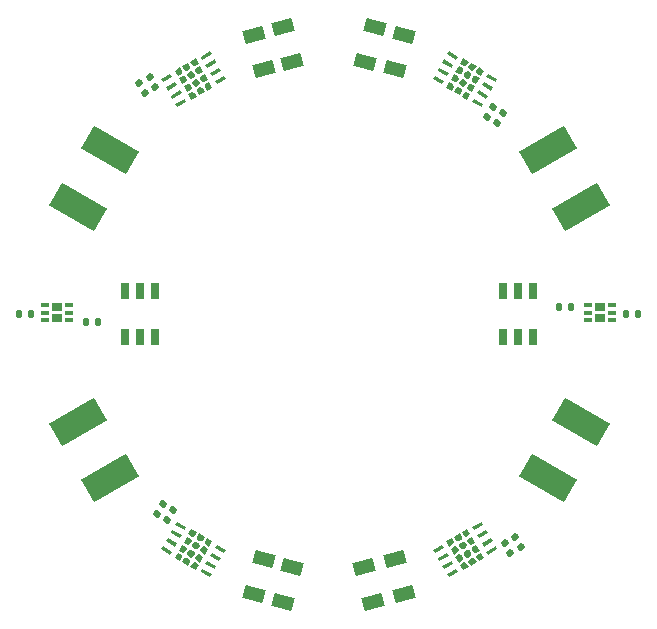
<source format=gbr>
%TF.GenerationSoftware,KiCad,Pcbnew,7.0.5*%
%TF.CreationDate,2023-06-26T09:34:37-04:00*%
%TF.ProjectId,ESP32Sensor-LED_board,45535033-3253-4656-9e73-6f722d4c4544,rev?*%
%TF.SameCoordinates,Original*%
%TF.FileFunction,Paste,Bot*%
%TF.FilePolarity,Positive*%
%FSLAX46Y46*%
G04 Gerber Fmt 4.6, Leading zero omitted, Abs format (unit mm)*
G04 Created by KiCad (PCBNEW 7.0.5) date 2023-06-26 09:34:37*
%MOMM*%
%LPD*%
G01*
G04 APERTURE LIST*
G04 Aperture macros list*
%AMRoundRect*
0 Rectangle with rounded corners*
0 $1 Rounding radius*
0 $2 $3 $4 $5 $6 $7 $8 $9 X,Y pos of 4 corners*
0 Add a 4 corners polygon primitive as box body*
4,1,4,$2,$3,$4,$5,$6,$7,$8,$9,$2,$3,0*
0 Add four circle primitives for the rounded corners*
1,1,$1+$1,$2,$3*
1,1,$1+$1,$4,$5*
1,1,$1+$1,$6,$7*
1,1,$1+$1,$8,$9*
0 Add four rect primitives between the rounded corners*
20,1,$1+$1,$2,$3,$4,$5,0*
20,1,$1+$1,$4,$5,$6,$7,0*
20,1,$1+$1,$6,$7,$8,$9,0*
20,1,$1+$1,$8,$9,$2,$3,0*%
%AMRotRect*
0 Rectangle, with rotation*
0 The origin of the aperture is its center*
0 $1 length*
0 $2 width*
0 $3 Rotation angle, in degrees counterclockwise*
0 Add horizontal line*
21,1,$1,$2,0,0,$3*%
G04 Aperture macros list end*
%ADD10RotRect,2.209800X4.394200X120.000000*%
%ADD11RoundRect,0.135000X0.135000X0.185000X-0.135000X0.185000X-0.135000X-0.185000X0.135000X-0.185000X0*%
%ADD12RotRect,1.117600X1.752600X285.000000*%
%ADD13R,0.660400X0.304800*%
%ADD14R,0.965200X0.685800*%
%ADD15RotRect,1.117600X1.752600X105.000000*%
%ADD16R,0.736600X1.333500*%
%ADD17RotRect,1.117600X1.752600X75.000000*%
%ADD18RotRect,2.209800X4.394200X240.000000*%
%ADD19RoundRect,0.140000X0.217224X-0.036244X0.077224X0.206244X-0.217224X0.036244X-0.077224X-0.206244X0*%
%ADD20RotRect,1.117600X1.752600X255.000000*%
%ADD21RoundRect,0.140000X-0.077224X0.206244X-0.217224X-0.036244X0.077224X-0.206244X0.217224X0.036244X0*%
%ADD22RoundRect,0.140000X-0.217224X0.036244X-0.077224X-0.206244X0.217224X-0.036244X0.077224X0.206244X0*%
%ADD23RoundRect,0.140000X0.077224X-0.206244X0.217224X0.036244X-0.077224X0.206244X-0.217224X-0.036244X0*%
%ADD24RotRect,2.209800X4.394200X60.000000*%
G04 APERTURE END LIST*
%TO.C,U2*%
G36*
X9697703Y-19746847D02*
G01*
X8918093Y-20196955D01*
X8767984Y-19936958D01*
X9547594Y-19486850D01*
X9697703Y-19746847D01*
G37*
G36*
X10097702Y-20439665D02*
G01*
X9318092Y-20889773D01*
X9167985Y-20629779D01*
X9947595Y-20179671D01*
X10097702Y-20439665D01*
G37*
G36*
X10497703Y-21132487D02*
G01*
X9718093Y-21582595D01*
X9567985Y-21322601D01*
X10347595Y-20872493D01*
X10497703Y-21132487D01*
G37*
G36*
X10897703Y-21825308D02*
G01*
X10118093Y-22275416D01*
X9967984Y-22015419D01*
X10747594Y-21565311D01*
X10897703Y-21825308D01*
G37*
G36*
X13032016Y-17821781D02*
G01*
X12252406Y-18271889D01*
X12102297Y-18011892D01*
X12881907Y-17561784D01*
X13032016Y-17821781D01*
G37*
G36*
X13432015Y-18514599D02*
G01*
X12652405Y-18964707D01*
X12502297Y-18704713D01*
X13281907Y-18254605D01*
X13432015Y-18514599D01*
G37*
G36*
X13832015Y-19207421D02*
G01*
X13052405Y-19657529D01*
X12902298Y-19397535D01*
X13681908Y-18947427D01*
X13832015Y-19207421D01*
G37*
G36*
X14232016Y-19900242D02*
G01*
X13452406Y-20350350D01*
X13302297Y-20090353D01*
X14081907Y-19640245D01*
X14232016Y-19900242D01*
G37*
G36*
X10558033Y-19274465D02*
G01*
X10506269Y-19467650D01*
X10168563Y-19662624D01*
X9899728Y-19196988D01*
X10359908Y-18931303D01*
X10558033Y-19274465D01*
G37*
G36*
X11586854Y-21056435D02*
G01*
X11784978Y-21399597D01*
X11324798Y-21665282D01*
X11055963Y-21199646D01*
X11393669Y-21004671D01*
X11586854Y-21056435D01*
G37*
G36*
X13100272Y-20640212D02*
G01*
X12640092Y-20905897D01*
X12441967Y-20562735D01*
X12493731Y-20369550D01*
X12831437Y-20174576D01*
X13100272Y-20640212D01*
G37*
G36*
X11944037Y-18637554D02*
G01*
X11606331Y-18832529D01*
X11413146Y-18780765D01*
X11215022Y-18437603D01*
X11675202Y-18171918D01*
X11944037Y-18637554D01*
G37*
G36*
X10799454Y-19692618D02*
G01*
X10951733Y-19956373D01*
X10899969Y-20149558D01*
X10562263Y-20344532D01*
X10268563Y-19835829D01*
X10606269Y-19640855D01*
X10799454Y-19692618D01*
G37*
G36*
X11193154Y-20374527D02*
G01*
X11345433Y-20638282D01*
X11293669Y-20831466D01*
X10955963Y-21026441D01*
X10662263Y-20517738D01*
X10999969Y-20322763D01*
X11193154Y-20374527D01*
G37*
G36*
X12268762Y-20662735D02*
G01*
X12466887Y-21005897D01*
X11958183Y-21299597D01*
X11760059Y-20956435D01*
X11811823Y-20763250D01*
X12075577Y-20610971D01*
X12268762Y-20662735D01*
G37*
G36*
X11239941Y-18880765D02*
G01*
X11188177Y-19073950D01*
X10924423Y-19226229D01*
X10731238Y-19174465D01*
X10533113Y-18831303D01*
X11041817Y-18537603D01*
X11239941Y-18880765D01*
G37*
G36*
X12337737Y-19319462D02*
G01*
X12000031Y-19514437D01*
X11806846Y-19462673D01*
X11654567Y-19198918D01*
X11706331Y-19005734D01*
X12044037Y-18810759D01*
X12337737Y-19319462D01*
G37*
G36*
X12731437Y-20001371D02*
G01*
X12393731Y-20196345D01*
X12200546Y-20144582D01*
X12048267Y-19880827D01*
X12100031Y-19687642D01*
X12437737Y-19492668D01*
X12731437Y-20001371D01*
G37*
G36*
X11481362Y-19298918D02*
G01*
X11633641Y-19562673D01*
X11581877Y-19755858D01*
X11318123Y-19908137D01*
X11124938Y-19856373D01*
X10972659Y-19592618D01*
X11024423Y-19399434D01*
X11288177Y-19247155D01*
X11481362Y-19298918D01*
G37*
G36*
X11875062Y-19980827D02*
G01*
X12027341Y-20244582D01*
X11975577Y-20437766D01*
X11711823Y-20590045D01*
X11518638Y-20538282D01*
X11366359Y-20274527D01*
X11418123Y-20081342D01*
X11681877Y-19929063D01*
X11875062Y-19980827D01*
G37*
%TO.C,U3*%
G36*
X-8767984Y19936958D02*
G01*
X-9547594Y19486850D01*
X-9697703Y19746847D01*
X-8918093Y20196955D01*
X-8767984Y19936958D01*
G37*
G36*
X-9167985Y20629779D02*
G01*
X-9947595Y20179671D01*
X-10097702Y20439665D01*
X-9318092Y20889773D01*
X-9167985Y20629779D01*
G37*
G36*
X-9567985Y21322601D02*
G01*
X-10347595Y20872493D01*
X-10497703Y21132487D01*
X-9718093Y21582595D01*
X-9567985Y21322601D01*
G37*
G36*
X-9967984Y22015419D02*
G01*
X-10747594Y21565311D01*
X-10897703Y21825308D01*
X-10118093Y22275416D01*
X-9967984Y22015419D01*
G37*
G36*
X-12102297Y18011892D02*
G01*
X-12881907Y17561784D01*
X-13032016Y17821781D01*
X-12252406Y18271889D01*
X-12102297Y18011892D01*
G37*
G36*
X-12502297Y18704713D02*
G01*
X-13281907Y18254605D01*
X-13432015Y18514599D01*
X-12652405Y18964707D01*
X-12502297Y18704713D01*
G37*
G36*
X-12902298Y19397535D02*
G01*
X-13681908Y18947427D01*
X-13832015Y19207421D01*
X-13052405Y19657529D01*
X-12902298Y19397535D01*
G37*
G36*
X-13302297Y20090353D02*
G01*
X-14081907Y19640245D01*
X-14232016Y19900242D01*
X-13452406Y20350350D01*
X-13302297Y20090353D01*
G37*
G36*
X-9899728Y19196988D02*
G01*
X-10359908Y18931303D01*
X-10558033Y19274465D01*
X-10506269Y19467650D01*
X-10168563Y19662624D01*
X-9899728Y19196988D01*
G37*
G36*
X-11055963Y21199646D02*
G01*
X-11393669Y21004671D01*
X-11586854Y21056435D01*
X-11784978Y21399597D01*
X-11324798Y21665282D01*
X-11055963Y21199646D01*
G37*
G36*
X-12441967Y20562735D02*
G01*
X-12493731Y20369550D01*
X-12831437Y20174576D01*
X-13100272Y20640212D01*
X-12640092Y20905897D01*
X-12441967Y20562735D01*
G37*
G36*
X-11413146Y18780765D02*
G01*
X-11215022Y18437603D01*
X-11675202Y18171918D01*
X-11944037Y18637554D01*
X-11606331Y18832529D01*
X-11413146Y18780765D01*
G37*
G36*
X-10268563Y19835829D02*
G01*
X-10606269Y19640855D01*
X-10799454Y19692618D01*
X-10951733Y19956373D01*
X-10899969Y20149558D01*
X-10562263Y20344532D01*
X-10268563Y19835829D01*
G37*
G36*
X-10662263Y20517738D02*
G01*
X-10999969Y20322763D01*
X-11193154Y20374527D01*
X-11345433Y20638282D01*
X-11293669Y20831466D01*
X-10955963Y21026441D01*
X-10662263Y20517738D01*
G37*
G36*
X-11760059Y20956435D02*
G01*
X-11811823Y20763250D01*
X-12075577Y20610971D01*
X-12268762Y20662735D01*
X-12466887Y21005897D01*
X-11958183Y21299597D01*
X-11760059Y20956435D01*
G37*
G36*
X-10731238Y19174465D02*
G01*
X-10533113Y18831303D01*
X-11041817Y18537603D01*
X-11239941Y18880765D01*
X-11188177Y19073950D01*
X-10924423Y19226229D01*
X-10731238Y19174465D01*
G37*
G36*
X-11806846Y19462673D02*
G01*
X-11654567Y19198918D01*
X-11706331Y19005734D01*
X-12044037Y18810759D01*
X-12337737Y19319462D01*
X-12000031Y19514437D01*
X-11806846Y19462673D01*
G37*
G36*
X-12200546Y20144582D02*
G01*
X-12048267Y19880827D01*
X-12100031Y19687642D01*
X-12437737Y19492668D01*
X-12731437Y20001371D01*
X-12393731Y20196345D01*
X-12200546Y20144582D01*
G37*
G36*
X-11124938Y19856373D02*
G01*
X-10972659Y19592618D01*
X-11024423Y19399434D01*
X-11288177Y19247155D01*
X-11481362Y19298918D01*
X-11633641Y19562673D01*
X-11581877Y19755858D01*
X-11318123Y19908137D01*
X-11124938Y19856373D01*
G37*
G36*
X-11518638Y20538282D02*
G01*
X-11366359Y20274527D01*
X-11418123Y20081342D01*
X-11681877Y19929063D01*
X-11875062Y19980827D01*
X-12027341Y20244582D01*
X-11975577Y20437766D01*
X-11711823Y20590045D01*
X-11518638Y20538282D01*
G37*
%TO.C,U4*%
G36*
X-9967984Y-22015419D02*
G01*
X-10118093Y-22275416D01*
X-10897703Y-21825308D01*
X-10747594Y-21565311D01*
X-9967984Y-22015419D01*
G37*
G36*
X-9567985Y-21322601D02*
G01*
X-9718093Y-21582595D01*
X-10497703Y-21132487D01*
X-10347595Y-20872493D01*
X-9567985Y-21322601D01*
G37*
G36*
X-9167985Y-20629779D02*
G01*
X-9318092Y-20889773D01*
X-10097702Y-20439665D01*
X-9947595Y-20179671D01*
X-9167985Y-20629779D01*
G37*
G36*
X-8767984Y-19936958D02*
G01*
X-8918093Y-20196955D01*
X-9697703Y-19746847D01*
X-9547594Y-19486850D01*
X-8767984Y-19936958D01*
G37*
G36*
X-13302297Y-20090353D02*
G01*
X-13452406Y-20350350D01*
X-14232016Y-19900242D01*
X-14081907Y-19640245D01*
X-13302297Y-20090353D01*
G37*
G36*
X-12902298Y-19397535D02*
G01*
X-13052405Y-19657529D01*
X-13832015Y-19207421D01*
X-13681908Y-18947427D01*
X-12902298Y-19397535D01*
G37*
G36*
X-12502297Y-18704713D02*
G01*
X-12652405Y-18964707D01*
X-13432015Y-18514599D01*
X-13281907Y-18254605D01*
X-12502297Y-18704713D01*
G37*
G36*
X-12102297Y-18011892D02*
G01*
X-12252406Y-18271889D01*
X-13032016Y-17821781D01*
X-12881907Y-17561784D01*
X-12102297Y-18011892D01*
G37*
G36*
X-11055963Y-21199646D02*
G01*
X-11324798Y-21665282D01*
X-11784978Y-21399597D01*
X-11586854Y-21056435D01*
X-11393669Y-21004671D01*
X-11055963Y-21199646D01*
G37*
G36*
X-9899728Y-19196988D02*
G01*
X-10168563Y-19662624D01*
X-10506269Y-19467650D01*
X-10558033Y-19274465D01*
X-10359908Y-18931303D01*
X-9899728Y-19196988D01*
G37*
G36*
X-11215022Y-18437603D02*
G01*
X-11413146Y-18780765D01*
X-11606331Y-18832529D01*
X-11944037Y-18637554D01*
X-11675202Y-18171918D01*
X-11215022Y-18437603D01*
G37*
G36*
X-12493731Y-20369550D02*
G01*
X-12441967Y-20562735D01*
X-12640092Y-20905897D01*
X-13100272Y-20640212D01*
X-12831437Y-20174576D01*
X-12493731Y-20369550D01*
G37*
G36*
X-10662263Y-20517738D02*
G01*
X-10955963Y-21026441D01*
X-11293669Y-20831466D01*
X-11345433Y-20638282D01*
X-11193154Y-20374527D01*
X-10999969Y-20322763D01*
X-10662263Y-20517738D01*
G37*
G36*
X-10268563Y-19835829D02*
G01*
X-10562263Y-20344532D01*
X-10899969Y-20149558D01*
X-10951733Y-19956373D01*
X-10799454Y-19692618D01*
X-10606269Y-19640855D01*
X-10268563Y-19835829D01*
G37*
G36*
X-10533113Y-18831303D02*
G01*
X-10731238Y-19174465D01*
X-10924423Y-19226229D01*
X-11188177Y-19073950D01*
X-11239941Y-18880765D01*
X-11041817Y-18537603D01*
X-10533113Y-18831303D01*
G37*
G36*
X-11811823Y-20763250D02*
G01*
X-11760059Y-20956435D01*
X-11958183Y-21299597D01*
X-12466887Y-21005897D01*
X-12268762Y-20662735D01*
X-12075577Y-20610971D01*
X-11811823Y-20763250D01*
G37*
G36*
X-12100031Y-19687642D02*
G01*
X-12048267Y-19880827D01*
X-12200546Y-20144582D01*
X-12393731Y-20196345D01*
X-12731437Y-20001371D01*
X-12437737Y-19492668D01*
X-12100031Y-19687642D01*
G37*
G36*
X-11706331Y-19005734D02*
G01*
X-11654567Y-19198918D01*
X-11806846Y-19462673D01*
X-12000031Y-19514437D01*
X-12337737Y-19319462D01*
X-12044037Y-18810759D01*
X-11706331Y-19005734D01*
G37*
G36*
X-11418123Y-20081342D02*
G01*
X-11366359Y-20274527D01*
X-11518638Y-20538282D01*
X-11711823Y-20590045D01*
X-11975577Y-20437766D01*
X-12027341Y-20244582D01*
X-11875062Y-19980827D01*
X-11681877Y-19929063D01*
X-11418123Y-20081342D01*
G37*
G36*
X-11024423Y-19399434D02*
G01*
X-10972659Y-19592618D01*
X-11124938Y-19856373D01*
X-11318123Y-19908137D01*
X-11581877Y-19755858D01*
X-11633641Y-19562673D01*
X-11481362Y-19298918D01*
X-11288177Y-19247155D01*
X-11024423Y-19399434D01*
G37*
%TO.C,U1*%
G36*
X10897703Y21825308D02*
G01*
X10747594Y21565311D01*
X9967984Y22015419D01*
X10118093Y22275416D01*
X10897703Y21825308D01*
G37*
G36*
X10497703Y21132487D02*
G01*
X10347595Y20872493D01*
X9567985Y21322601D01*
X9718093Y21582595D01*
X10497703Y21132487D01*
G37*
G36*
X10097702Y20439665D02*
G01*
X9947595Y20179671D01*
X9167985Y20629779D01*
X9318092Y20889773D01*
X10097702Y20439665D01*
G37*
G36*
X9697703Y19746847D02*
G01*
X9547594Y19486850D01*
X8767984Y19936958D01*
X8918093Y20196955D01*
X9697703Y19746847D01*
G37*
G36*
X14232016Y19900242D02*
G01*
X14081907Y19640245D01*
X13302297Y20090353D01*
X13452406Y20350350D01*
X14232016Y19900242D01*
G37*
G36*
X13832015Y19207421D02*
G01*
X13681908Y18947427D01*
X12902298Y19397535D01*
X13052405Y19657529D01*
X13832015Y19207421D01*
G37*
G36*
X13432015Y18514599D02*
G01*
X13281907Y18254605D01*
X12502297Y18704713D01*
X12652405Y18964707D01*
X13432015Y18514599D01*
G37*
G36*
X13032016Y17821781D02*
G01*
X12881907Y17561784D01*
X12102297Y18011892D01*
X12252406Y18271889D01*
X13032016Y17821781D01*
G37*
G36*
X11784978Y21399597D02*
G01*
X11586854Y21056435D01*
X11393669Y21004671D01*
X11055963Y21199646D01*
X11324798Y21665282D01*
X11784978Y21399597D01*
G37*
G36*
X10506269Y19467650D02*
G01*
X10558033Y19274465D01*
X10359908Y18931303D01*
X9899728Y19196988D01*
X10168563Y19662624D01*
X10506269Y19467650D01*
G37*
G36*
X11944037Y18637554D02*
G01*
X11675202Y18171918D01*
X11215022Y18437603D01*
X11413146Y18780765D01*
X11606331Y18832529D01*
X11944037Y18637554D01*
G37*
G36*
X13100272Y20640212D02*
G01*
X12831437Y20174576D01*
X12493731Y20369550D01*
X12441967Y20562735D01*
X12640092Y20905897D01*
X13100272Y20640212D01*
G37*
G36*
X11293669Y20831466D02*
G01*
X11345433Y20638282D01*
X11193154Y20374527D01*
X10999969Y20322763D01*
X10662263Y20517738D01*
X10955963Y21026441D01*
X11293669Y20831466D01*
G37*
G36*
X10899969Y20149558D02*
G01*
X10951733Y19956373D01*
X10799454Y19692618D01*
X10606269Y19640855D01*
X10268563Y19835829D01*
X10562263Y20344532D01*
X10899969Y20149558D01*
G37*
G36*
X11188177Y19073950D02*
G01*
X11239941Y18880765D01*
X11041817Y18537603D01*
X10533113Y18831303D01*
X10731238Y19174465D01*
X10924423Y19226229D01*
X11188177Y19073950D01*
G37*
G36*
X12466887Y21005897D02*
G01*
X12268762Y20662735D01*
X12075577Y20610971D01*
X11811823Y20763250D01*
X11760059Y20956435D01*
X11958183Y21299597D01*
X12466887Y21005897D01*
G37*
G36*
X12731437Y20001371D02*
G01*
X12437737Y19492668D01*
X12100031Y19687642D01*
X12048267Y19880827D01*
X12200546Y20144582D01*
X12393731Y20196345D01*
X12731437Y20001371D01*
G37*
G36*
X12337737Y19319462D02*
G01*
X12044037Y18810759D01*
X11706331Y19005734D01*
X11654567Y19198918D01*
X11806846Y19462673D01*
X12000031Y19514437D01*
X12337737Y19319462D01*
G37*
G36*
X11975577Y20437766D02*
G01*
X12027341Y20244582D01*
X11875062Y19980827D01*
X11681877Y19929063D01*
X11418123Y20081342D01*
X11366359Y20274527D01*
X11518638Y20538282D01*
X11711823Y20590045D01*
X11975577Y20437766D01*
G37*
G36*
X11581877Y19755858D02*
G01*
X11633641Y19562673D01*
X11481362Y19298918D01*
X11288177Y19247155D01*
X11024423Y19399434D01*
X10972659Y19592618D01*
X11124938Y19856373D01*
X11318123Y19908137D01*
X11581877Y19755858D01*
G37*
%TD*%
D10*
%TO.C,R3*%
X21290200Y9124319D03*
X18547000Y13875681D03*
%TD*%
D11*
%TO.C,R17*%
X-25271000Y0D03*
X-26291000Y0D03*
%TD*%
D12*
%TO.C,R5*%
X5558360Y-20744229D03*
X6347240Y-23688371D03*
%TD*%
D13*
%TO.C,K1*%
X23964100Y787899D03*
X23964100Y137900D03*
X23964100Y-512099D03*
X21906700Y-512099D03*
X21906700Y137900D03*
X21906700Y787899D03*
D14*
X22935400Y622786D03*
X22935400Y-346986D03*
%TD*%
D15*
%TO.C,R7*%
X-3161560Y21387929D03*
X-3950440Y24332071D03*
%TD*%
D16*
%TO.C,J1*%
X17270000Y1936750D03*
X17270000Y-1936750D03*
X16000000Y1936750D03*
X16000000Y-1936750D03*
X14730000Y1936750D03*
X14730000Y-1936750D03*
%TD*%
D17*
%TO.C,R10*%
X-3950440Y-24332071D03*
X-3161560Y-21387929D03*
%TD*%
D18*
%TO.C,R6*%
X21290184Y-9124319D03*
X18546984Y-13875681D03*
%TD*%
D11*
%TO.C,R14*%
X26164000Y0D03*
X25144000Y0D03*
%TD*%
%TO.C,R16*%
X-19556000Y-635000D03*
X-20576000Y-635000D03*
%TD*%
D10*
%TO.C,R12*%
X-18546984Y-13875681D03*
X-21290184Y-9124319D03*
%TD*%
D19*
%TO.C,C6*%
X15322200Y-20186892D03*
X14842200Y-19355508D03*
%TD*%
D20*
%TO.C,R2*%
X6347240Y23688371D03*
X5558360Y20744229D03*
%TD*%
D19*
%TO.C,C5*%
X16202100Y-19678892D03*
X15722100Y-18847508D03*
%TD*%
D21*
%TO.C,C8*%
X-13231100Y-16602308D03*
X-13711100Y-17433692D03*
%TD*%
D22*
%TO.C,C1*%
X-16105900Y19592692D03*
X-15625900Y18761308D03*
%TD*%
D23*
%TO.C,C4*%
X13349000Y16729308D03*
X13829000Y17560692D03*
%TD*%
D16*
%TO.C,J2*%
X-14730000Y1936750D03*
X-14730000Y-1936750D03*
X-16000000Y1936750D03*
X-16000000Y-1936750D03*
X-17270000Y1936750D03*
X-17270000Y-1936750D03*
%TD*%
D22*
%TO.C,C2*%
X-15226000Y20100692D03*
X-14746000Y19269308D03*
%TD*%
D15*
%TO.C,R8*%
X-5558360Y20744229D03*
X-6347240Y23688371D03*
%TD*%
D23*
%TO.C,C3*%
X14228900Y16221308D03*
X14708900Y17052692D03*
%TD*%
D17*
%TO.C,R11*%
X-6347240Y-23688371D03*
X-5558360Y-20744229D03*
%TD*%
D12*
%TO.C,R4*%
X2929660Y-21387929D03*
X3718540Y-24332071D03*
%TD*%
D11*
%TO.C,R15*%
X20449000Y635000D03*
X19429000Y635000D03*
%TD*%
D21*
%TO.C,C7*%
X-14111000Y-16094308D03*
X-14591000Y-16925692D03*
%TD*%
D13*
%TO.C,K2*%
X-22035900Y787899D03*
X-22035900Y137900D03*
X-22035900Y-512099D03*
X-24093300Y-512099D03*
X-24093300Y137900D03*
X-24093300Y787899D03*
D14*
X-23064600Y622786D03*
X-23064600Y-346986D03*
%TD*%
D24*
%TO.C,R9*%
X-21290184Y9124319D03*
X-18546984Y13875681D03*
%TD*%
D20*
%TO.C,R1*%
X3823440Y24332071D03*
X3034560Y21387929D03*
%TD*%
M02*

</source>
